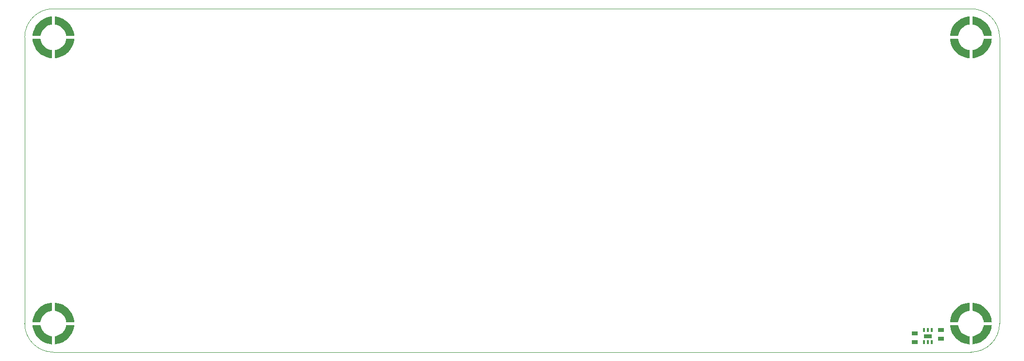
<source format=gtp>
G04*
G04 #@! TF.GenerationSoftware,Altium Limited,Altium Designer,23.4.1 (23)*
G04*
G04 Layer_Color=8421504*
%FSLAX44Y44*%
%MOMM*%
G71*
G04*
G04 #@! TF.SameCoordinates,DBF187C1-C023-4FEC-B3DF-6A61137768AB*
G04*
G04*
G04 #@! TF.FilePolarity,Positive*
G04*
G01*
G75*
%ADD11C,0.1000*%
%ADD16R,1.3500X0.6500*%
%ADD17R,0.3500X0.8000*%
%ADD18R,0.9906X0.6604*%
G36*
X47500Y13587D02*
Y27640D01*
X47498D01*
X45626Y27929D01*
X41986Y28976D01*
X38574Y30617D01*
X35485Y32808D01*
X32807Y35486D01*
X30616Y38575D01*
X28975Y41988D01*
X27929Y45627D01*
X27639Y47500D01*
D01*
Y47500D01*
X13586D01*
X13586Y47500D01*
X13735Y45322D01*
X14551Y41033D01*
X15873Y36872D01*
X17681Y32898D01*
X19950Y29168D01*
X22647Y25735D01*
X25735Y22648D01*
X29168Y19951D01*
X32898Y17682D01*
X36872Y15874D01*
X41033Y14553D01*
X45322Y13737D01*
X47500Y13587D01*
X47500Y13587D01*
D02*
G37*
G36*
X13587Y52500D02*
X27640D01*
Y52502D01*
X27929Y54374D01*
X28976Y58014D01*
X30617Y61427D01*
X32808Y64515D01*
X35486Y67193D01*
X38575Y69384D01*
X41988Y71025D01*
X45627Y72071D01*
X47500Y72361D01*
Y72361D01*
X47500D01*
Y86414D01*
X47500D01*
X45322Y86265D01*
X41033Y85449D01*
X36872Y84127D01*
X32898Y82319D01*
X29168Y80050D01*
X25735Y77353D01*
X22648Y74265D01*
X19951Y70832D01*
X17682Y67102D01*
X15874Y63128D01*
X14553Y58967D01*
X13737Y54678D01*
X13587Y52500D01*
X13587D01*
D02*
G37*
G36*
X86413Y47500D02*
X72361D01*
X72361Y47498D01*
X72071Y45626D01*
X71024Y41986D01*
X69383Y38574D01*
X67192Y35485D01*
X64514Y32807D01*
X61425Y30616D01*
X58012Y28975D01*
X54373Y27929D01*
X52500Y27639D01*
X52500D01*
X52500D01*
Y13586D01*
X52500Y13586D01*
X54678Y13735D01*
X58967Y14551D01*
X63128Y15873D01*
X67102Y17681D01*
X70832Y19950D01*
X74265Y22647D01*
X77352Y25735D01*
X80049Y29168D01*
X82318Y32898D01*
X84126Y36872D01*
X85447Y41033D01*
X86263Y45322D01*
X86413Y47500D01*
Y47500D01*
D02*
G37*
G36*
X52500Y86413D02*
Y72361D01*
X52502Y72361D01*
X54374Y72071D01*
X58014Y71024D01*
X61427Y69383D01*
X64515Y67192D01*
X67193Y64514D01*
X69384Y61425D01*
X71025Y58012D01*
X72071Y54373D01*
X72361Y52500D01*
X72361Y52500D01*
Y52500D01*
X86414D01*
Y52500D01*
X86265Y54678D01*
X85449Y58967D01*
X84127Y63128D01*
X82319Y67102D01*
X80050Y70832D01*
X77353Y74265D01*
X74265Y77352D01*
X70832Y80049D01*
X67102Y82318D01*
X63128Y84126D01*
X58967Y85447D01*
X54678Y86263D01*
X52500Y86413D01*
D01*
D02*
G37*
G36*
X47500Y513587D02*
Y527640D01*
X47498D01*
X45626Y527929D01*
X41986Y528976D01*
X38574Y530617D01*
X35485Y532808D01*
X32807Y535486D01*
X30616Y538575D01*
X28975Y541988D01*
X27929Y545627D01*
X27639Y547500D01*
D01*
Y547500D01*
X13586D01*
X13586Y547500D01*
X13735Y545322D01*
X14551Y541033D01*
X15873Y536872D01*
X17681Y532898D01*
X19950Y529168D01*
X22647Y525735D01*
X25735Y522648D01*
X29168Y519951D01*
X32898Y517682D01*
X36872Y515874D01*
X41033Y514553D01*
X45322Y513737D01*
X47500Y513587D01*
X47500Y513587D01*
D02*
G37*
G36*
X13587Y552500D02*
X27640D01*
Y552502D01*
X27929Y554375D01*
X28976Y558014D01*
X30617Y561427D01*
X32808Y564515D01*
X35486Y567193D01*
X38575Y569384D01*
X41988Y571025D01*
X45627Y572071D01*
X47500Y572361D01*
Y572361D01*
X47500D01*
Y586414D01*
X47500D01*
X45322Y586265D01*
X41033Y585449D01*
X36872Y584127D01*
X32898Y582319D01*
X29168Y580050D01*
X25735Y577353D01*
X22648Y574266D01*
X19951Y570832D01*
X17682Y567102D01*
X15874Y563128D01*
X14553Y558967D01*
X13737Y554678D01*
X13587Y552500D01*
X13587D01*
D02*
G37*
G36*
X86413Y547500D02*
X72361D01*
X72361Y547498D01*
X72071Y545625D01*
X71024Y541986D01*
X69383Y538573D01*
X67192Y535485D01*
X64514Y532807D01*
X61425Y530616D01*
X58012Y528975D01*
X54373Y527929D01*
X52500Y527639D01*
X52500D01*
X52500D01*
Y513586D01*
X52500Y513586D01*
X54678Y513735D01*
X58967Y514551D01*
X63128Y515873D01*
X67102Y517681D01*
X70832Y519950D01*
X74265Y522647D01*
X77352Y525734D01*
X80049Y529168D01*
X82318Y532898D01*
X84126Y536872D01*
X85447Y541033D01*
X86263Y545322D01*
X86413Y547500D01*
Y547500D01*
D02*
G37*
G36*
X52500Y586413D02*
Y572360D01*
X52502Y572360D01*
X54374Y572071D01*
X58014Y571024D01*
X61427Y569383D01*
X64515Y567192D01*
X67193Y564514D01*
X69384Y561425D01*
X71025Y558012D01*
X72071Y554372D01*
X72361Y552500D01*
X72361Y552500D01*
Y552500D01*
X86414D01*
Y552500D01*
X86265Y554678D01*
X85449Y558967D01*
X84127Y563128D01*
X82319Y567102D01*
X80050Y570832D01*
X77353Y574265D01*
X74265Y577352D01*
X70832Y580049D01*
X67102Y582318D01*
X63128Y584126D01*
X58967Y585447D01*
X54678Y586263D01*
X52500Y586413D01*
D01*
D02*
G37*
G36*
X1647500Y13587D02*
Y27640D01*
X1647498D01*
X1645625Y27929D01*
X1641986Y28976D01*
X1638573Y30617D01*
X1635485Y32808D01*
X1632807Y35486D01*
X1630616Y38575D01*
X1628975Y41988D01*
X1627929Y45627D01*
X1627639Y47500D01*
D01*
Y47500D01*
X1613586D01*
X1613586Y47500D01*
X1613735Y45322D01*
X1614551Y41033D01*
X1615873Y36872D01*
X1617681Y32898D01*
X1619950Y29168D01*
X1622647Y25735D01*
X1625735Y22648D01*
X1629168Y19951D01*
X1632898Y17682D01*
X1636872Y15874D01*
X1641033Y14553D01*
X1645322Y13737D01*
X1647500Y13587D01*
X1647500Y13587D01*
D02*
G37*
G36*
X1613587Y52500D02*
X1627639D01*
Y52502D01*
X1627929Y54374D01*
X1628976Y58014D01*
X1630617Y61427D01*
X1632808Y64515D01*
X1635486Y67193D01*
X1638575Y69384D01*
X1641988Y71025D01*
X1645627Y72071D01*
X1647500Y72361D01*
Y72361D01*
X1647500D01*
Y86414D01*
X1647500D01*
X1645322Y86265D01*
X1641033Y85449D01*
X1636872Y84127D01*
X1632898Y82319D01*
X1629168Y80050D01*
X1625735Y77353D01*
X1622648Y74265D01*
X1619951Y70832D01*
X1617682Y67102D01*
X1615874Y63128D01*
X1614553Y58967D01*
X1613737Y54678D01*
X1613587Y52500D01*
X1613587D01*
D02*
G37*
G36*
X1686413Y47500D02*
X1672361D01*
X1672361Y47498D01*
X1672071Y45626D01*
X1671024Y41986D01*
X1669383Y38574D01*
X1667192Y35485D01*
X1664514Y32807D01*
X1661425Y30616D01*
X1658012Y28975D01*
X1654373Y27929D01*
X1652500Y27639D01*
X1652500D01*
X1652500D01*
Y13586D01*
X1652500Y13586D01*
X1654678Y13735D01*
X1658967Y14551D01*
X1663128Y15873D01*
X1667102Y17681D01*
X1670832Y19950D01*
X1674265Y22647D01*
X1677352Y25735D01*
X1680049Y29168D01*
X1682318Y32898D01*
X1684126Y36872D01*
X1685447Y41033D01*
X1686263Y45322D01*
X1686413Y47500D01*
Y47500D01*
D02*
G37*
G36*
X1652500Y86413D02*
Y72361D01*
X1652502Y72361D01*
X1654375Y72071D01*
X1658014Y71024D01*
X1661427Y69383D01*
X1664515Y67192D01*
X1667193Y64514D01*
X1669384Y61425D01*
X1671025Y58012D01*
X1672071Y54373D01*
X1672361Y52500D01*
X1672361Y52500D01*
Y52500D01*
X1686414D01*
Y52500D01*
X1686265Y54678D01*
X1685449Y58967D01*
X1684127Y63128D01*
X1682319Y67102D01*
X1680050Y70832D01*
X1677353Y74265D01*
X1674265Y77352D01*
X1670832Y80049D01*
X1667102Y82318D01*
X1663128Y84126D01*
X1658967Y85447D01*
X1654678Y86263D01*
X1652500Y86413D01*
D01*
D02*
G37*
G36*
X1647500Y513587D02*
Y527640D01*
X1647498D01*
X1645625Y527929D01*
X1641986Y528976D01*
X1638573Y530617D01*
X1635485Y532808D01*
X1632807Y535486D01*
X1630616Y538575D01*
X1628975Y541988D01*
X1627929Y545627D01*
X1627639Y547500D01*
D01*
Y547500D01*
X1613586D01*
X1613586Y547500D01*
X1613735Y545322D01*
X1614551Y541033D01*
X1615873Y536872D01*
X1617681Y532898D01*
X1619950Y529168D01*
X1622647Y525735D01*
X1625735Y522648D01*
X1629168Y519951D01*
X1632898Y517682D01*
X1636872Y515874D01*
X1641033Y514553D01*
X1645322Y513737D01*
X1647500Y513587D01*
X1647500Y513587D01*
D02*
G37*
G36*
X1613587Y552500D02*
X1627639D01*
Y552502D01*
X1627929Y554375D01*
X1628976Y558014D01*
X1630617Y561427D01*
X1632808Y564515D01*
X1635486Y567193D01*
X1638575Y569384D01*
X1641988Y571025D01*
X1645627Y572071D01*
X1647500Y572361D01*
Y572361D01*
X1647500D01*
Y586414D01*
X1647500D01*
X1645322Y586265D01*
X1641033Y585449D01*
X1636872Y584127D01*
X1632898Y582319D01*
X1629168Y580050D01*
X1625735Y577353D01*
X1622648Y574266D01*
X1619951Y570832D01*
X1617682Y567102D01*
X1615874Y563128D01*
X1614553Y558967D01*
X1613737Y554678D01*
X1613587Y552500D01*
X1613587D01*
D02*
G37*
G36*
X1686413Y547500D02*
X1672361D01*
X1672361Y547498D01*
X1672071Y545625D01*
X1671024Y541986D01*
X1669383Y538573D01*
X1667192Y535485D01*
X1664514Y532807D01*
X1661425Y530616D01*
X1658012Y528975D01*
X1654373Y527929D01*
X1652500Y527639D01*
X1652500D01*
X1652500D01*
Y513586D01*
X1652500Y513586D01*
X1654678Y513735D01*
X1658967Y514551D01*
X1663128Y515873D01*
X1667102Y517681D01*
X1670832Y519950D01*
X1674265Y522647D01*
X1677352Y525734D01*
X1680049Y529168D01*
X1682318Y532898D01*
X1684126Y536872D01*
X1685447Y541033D01*
X1686263Y545322D01*
X1686413Y547500D01*
Y547500D01*
D02*
G37*
G36*
X1652500Y586413D02*
Y572360D01*
X1652502Y572360D01*
X1654375Y572071D01*
X1658014Y571024D01*
X1661427Y569383D01*
X1664515Y567192D01*
X1667193Y564514D01*
X1669384Y561425D01*
X1671025Y558012D01*
X1672071Y554372D01*
X1672361Y552500D01*
X1672361Y552500D01*
Y552500D01*
X1686414D01*
Y552500D01*
X1686265Y554678D01*
X1685449Y558967D01*
X1684127Y563128D01*
X1682319Y567102D01*
X1680050Y570832D01*
X1677353Y574265D01*
X1674265Y577352D01*
X1670832Y580049D01*
X1667102Y582318D01*
X1663128Y584126D01*
X1658967Y585447D01*
X1654678Y586263D01*
X1652500Y586413D01*
D01*
D02*
G37*
D11*
X0Y50000D02*
G03*
X50000Y-0I50000J0D01*
G01*
X1650000Y-0D02*
G03*
X1700000Y50000I0J50000D01*
G01*
Y550000D02*
G03*
X1650000Y600000I-50000J0D01*
G01*
X50000D02*
G03*
X0Y550000I0J-50000D01*
G01*
X50000Y-0D02*
X1650000D01*
X1700000Y50000D02*
Y550000D01*
X50000Y600000D02*
X1650000D01*
X0Y50000D02*
Y550000D01*
D16*
X1575000Y28000D02*
D03*
D17*
X1568500Y38500D02*
D03*
X1575000D02*
D03*
X1581500D02*
D03*
Y17500D02*
D03*
X1575000D02*
D03*
X1568500D02*
D03*
D18*
X1552500Y32994D02*
D03*
X1552500Y17500D02*
D03*
X1597500Y38500D02*
D03*
X1597500Y23006D02*
D03*
M02*

</source>
